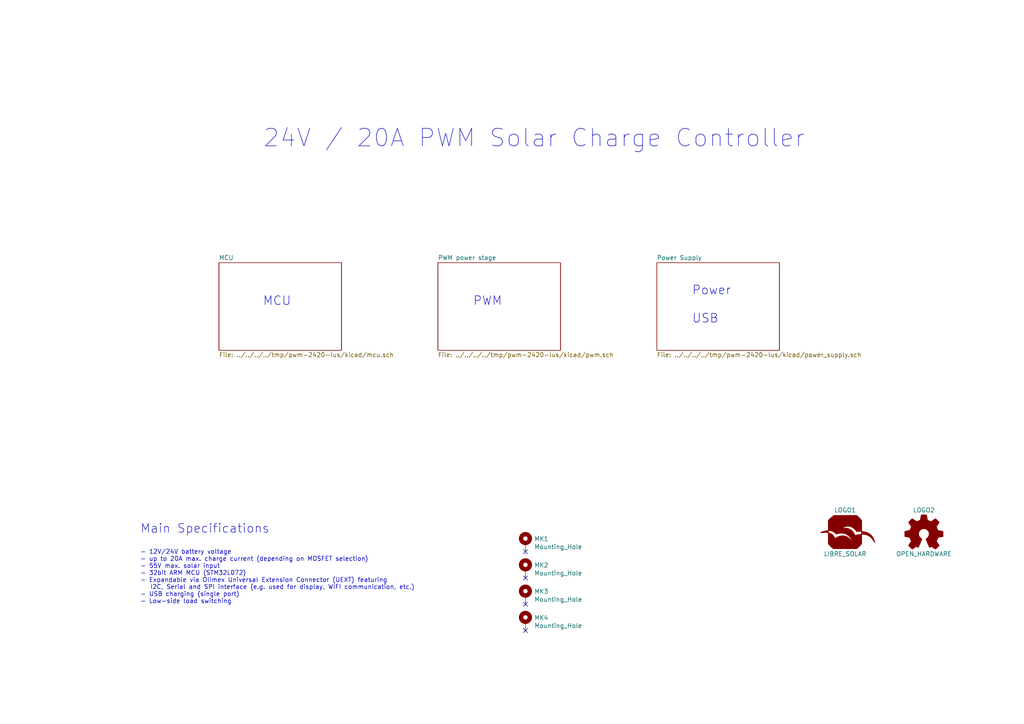
<source format=kicad_sch>
(kicad_sch (version 20230121) (generator eeschema)
  (paper "A4")
  (title_block (title "PWM 2420 LUS") (date "2019-08-26") (rev "0.3") (company "Libre Solar") (comment 1 "Author: Martin Jäger") (comment 2 "Website: https://libre.solar"))
  (lib_symbols
    (symbol "Mechanical:MountingHole_Pad" (pin_numbers hide) (pin_names (offset 1.016) hide)
      (property "Reference" "H" (at 0 6.35 0))
      (property "Value" "MountingHole_Pad" (at 0 4.445 0))
      (symbol "MountingHole_Pad_0_1"
        (circle (center 0 1.27) (radius 1.27) (stroke (width 1.27)))
      )
      (symbol "MountingHole_Pad_1_1"
        (pin input line (at 0 -2.54 90) (length 2.54) (name "1") (number "1"))
      )
    )
    (symbol "Project:LibreSolar_Logo" (pin_numbers hide) (pin_names (offset 1.016) hide)
      (property "Reference" "LOGO" (at 0 6.985 0))
      (property "Value" "LibreSolar_Logo" (at 0 -5.715 0))
      (symbol "LibreSolar_Logo_1_1"
        (rectangle (start -7.0866 0.4572) (end -6.2484 0.508) (fill (type outline)))
        (rectangle (start -7.0358 0.508) (end -4.8514 0.5334) (fill (type outline)))
        (rectangle (start -6.9342 0.5334) (end -4.8514 0.5842) (fill (type outline)))
        (rectangle (start -6.8326 0.5842) (end -4.8514 0.635) (fill (type outline)))
        (rectangle (start -6.7564 0.635) (end -4.8514 0.6604) (fill (type outline)))
        (rectangle (start -6.6548 0.6604) (end -4.8514 0.7112) (fill (type outline)))
        (rectangle (start -6.477 0.7112) (end -4.8514 0.7366) (fill (type outline)))
        (rectangle (start -6.3754 0.7366) (end -4.8514 0.7874) (fill (type outline)))
        (rectangle (start -6.1976 0.7874) (end -4.8514 0.8128) (fill (type outline)))
        (rectangle (start -6.096 0.8128) (end -4.8514 0.8636) (fill (type outline)))
        (rectangle (start -5.9182 0.8636) (end -4.8514 0.9144) (fill (type outline)))
        (rectangle (start -5.715 0.9144) (end -4.8514 0.9398) (fill (type outline)))
        (rectangle (start -5.5626 0.9398) (end -4.8514 0.9906) (fill (type outline)))
        (rectangle (start -5.4102 0.9906) (end -4.8514 1.016) (fill (type outline)))
        (rectangle (start -5.2324 0.4572) (end -4.8514 0.508) (fill (type outline)))
        (rectangle (start -5.1308 1.016) (end 1.905 1.0668) (fill (type outline)))
        (rectangle (start -5.0546 0.4318) (end -4.8514 0.4572) (fill (type outline)))
        (rectangle (start -4.8768 0.381) (end -4.8006 0.4318) (fill (type outline)))
        (rectangle (start -4.8514 -2.7686) (end 4.7498 -2.7432) (fill (type outline)))
        (rectangle (start -4.8514 -2.7432) (end 4.8006 -2.6924) (fill (type outline)))
        (rectangle (start -4.8514 -2.6924) (end 4.8006 -2.667) (fill (type outline)))
        (rectangle (start -4.8514 -2.667) (end 4.8006 -2.6162) (fill (type outline)))
        (rectangle (start -4.8514 -2.6162) (end 4.8006 -2.5654) (fill (type outline)))
        (rectangle (start -4.8514 -2.5654) (end 4.8006 -2.54) (fill (type outline)))
        (rectangle (start -4.8514 -2.54) (end 4.8006 -2.4892) (fill (type outline)))
        (rectangle (start -4.8514 -2.4892) (end 4.8006 -2.4638) (fill (type outline)))
        (rectangle (start -4.8514 -2.4638) (end 4.8006 -2.413) (fill (type outline)))
        (rectangle (start -4.8514 -2.413) (end 4.8006 -2.3876) (fill (type outline)))
        (rectangle (start -4.8514 -2.3876) (end 2.3622 -2.3368) (fill (type outline)))
        (rectangle (start -4.8514 -2.3368) (end 2.3114 -2.286) (fill (type outline)))
        (rectangle (start -4.8514 -2.286) (end 2.286 -2.2606) (fill (type outline)))
        (rectangle (start -4.8514 -2.2606) (end 2.2352 -2.2098) (fill (type outline)))
        (rectangle (start -4.8514 -2.2098) (end 2.1844 -2.1844) (fill (type outline)))
        (rectangle (start -4.8514 -2.1844) (end 2.159 -2.1336) (fill (type outline)))
        (rectangle (start -4.8514 -2.1336) (end 2.1082 -2.1082) (fill (type outline)))
        (rectangle (start -4.8514 -2.1082) (end 2.0828 -2.0574) (fill (type outline)))
        (rectangle (start -4.8514 -2.0574) (end 2.032 -2.0066) (fill (type outline)))
        (rectangle (start -4.8514 -2.0066) (end 2.0066 -1.9812) (fill (type outline)))
        (rectangle (start -4.8514 -1.9812) (end 1.9558 -1.9304) (fill (type outline)))
        (rectangle (start -4.8514 -1.9304) (end 1.905 -1.905) (fill (type outline)))
        (rectangle (start -4.8514 -1.905) (end 1.8796 -1.8542) (fill (type outline)))
        (rectangle (start -4.8514 -1.8542) (end 1.8288 -1.8288) (fill (type outline)))
        (rectangle (start -4.8514 -1.8288) (end 1.8034 -1.778) (fill (type outline)))
        (rectangle (start -4.8514 -1.778) (end 1.7526 -1.7272) (fill (type outline)))
        (rectangle (start -4.8514 -1.7272) (end 1.7272 -1.7018) (fill (type outline)))
        (rectangle (start -4.8514 -1.7018) (end 1.6764 -1.651) (fill (type outline)))
        (rectangle (start -4.8514 -1.651) (end 1.6256 -1.6256) (fill (type outline)))
        (rectangle (start -4.8514 -1.6256) (end 1.6002 -1.5748) (fill (type outline)))
        (rectangle (start -4.8514 -1.5748) (end 1.5494 -1.524) (fill (type outline)))
        (rectangle (start -4.8514 -1.524) (end 1.524 -1.4986) (fill (type outline)))
        (rectangle (start -4.8514 -1.4986) (end 1.4732 -1.4478) (fill (type outline)))
        (rectangle (start -4.8514 -1.4478) (end 1.4478 -1.4224) (fill (type outline)))
        (rectangle (start -4.8514 -1.4224) (end 1.397 -1.3716) (fill (type outline)))
        (rectangle (start -4.8514 -1.3716) (end 1.3462 -1.3462) (fill (type outline)))
        (rectangle (start -4.8514 -1.3462) (end 1.27 -1.2954) (fill (type outline)))
        (rectangle (start -4.8514 -1.2954) (end 1.2446 -1.2446) (fill (type outline)))
        (rectangle (start -4.8514 -1.2446) (end -2.9718 -1.2192) (fill (type outline)))
        (rectangle (start -4.8514 -1.2192) (end -2.9972 -1.1684) (fill (type outline)))
        (rectangle (start -4.8514 -1.1684) (end -2.9972 -1.143) (fill (type outline)))
        (rectangle (start -4.8514 -1.143) (end -3.048 -1.0922) (fill (type outline)))
        (rectangle (start -4.8514 -1.0922) (end -3.048 -1.0668) (fill (type outline)))
        (rectangle (start -4.8514 -1.0668) (end -3.0734 -1.016) (fill (type outline)))
        (rectangle (start -4.8514 -1.016) (end -3.0734 -0.9652) (fill (type outline)))
        (rectangle (start -4.8514 -0.9652) (end -3.1242 -0.9398) (fill (type outline)))
        (rectangle (start -4.8514 -0.9398) (end -3.1242 -0.889) (fill (type outline)))
        (rectangle (start -4.8514 -0.889) (end -3.175 -0.8636) (fill (type outline)))
        (rectangle (start -4.8514 -0.8636) (end -3.175 -0.8128) (fill (type outline)))
        (rectangle (start -4.8514 -0.8128) (end -3.2004 -0.7874) (fill (type outline)))
        (rectangle (start -4.8514 -0.7874) (end -3.2004 -0.7366) (fill (type outline)))
        (rectangle (start -4.8514 -0.7366) (end -3.2512 -0.6858) (fill (type outline)))
        (rectangle (start -4.8514 -0.6858) (end -3.2512 -0.6604) (fill (type outline)))
        (rectangle (start -4.8514 -0.6604) (end -3.2766 -0.6096) (fill (type outline)))
        (rectangle (start -4.8514 -0.6096) (end -3.3274 -0.5842) (fill (type outline)))
        (rectangle (start -4.8514 -0.5842) (end -3.3274 -0.5334) (fill (type outline)))
        (rectangle (start -4.8514 -0.5334) (end -3.3528 -0.508) (fill (type outline)))
        (rectangle (start -4.8514 -0.508) (end -3.4036 -0.4572) (fill (type outline)))
        (rectangle (start -4.8514 -0.4572) (end -3.4036 -0.4064) (fill (type outline)))
        (rectangle (start -4.8514 -0.4064) (end -3.4544 -0.381) (fill (type outline)))
        (rectangle (start -4.8514 -0.381) (end -3.4798 -0.3302) (fill (type outline)))
        (rectangle (start -4.8514 -0.3302) (end -3.5306 -0.3048) (fill (type outline)))
        (rectangle (start -4.8514 -0.3048) (end -3.556 -0.254) (fill (type outline)))
        (rectangle (start -4.8514 -0.254) (end -3.6068 -0.2286) (fill (type outline)))
        (rectangle (start -4.8514 -0.2286) (end -3.6322 -0.1778) (fill (type outline)))
        (rectangle (start -4.8514 -0.1778) (end -3.683 -0.127) (fill (type outline)))
        (rectangle (start -4.8514 -0.127) (end -3.7338 -0.1016) (fill (type outline)))
        (rectangle (start -4.8514 -0.1016) (end -3.7592 -0.0508) (fill (type outline)))
        (rectangle (start -4.8514 -0.0508) (end -3.8354 -0.0254) (fill (type outline)))
        (rectangle (start -4.8514 -0.0254) (end -3.8862 0.0254) (fill (type outline)))
        (rectangle (start -4.8514 0.0254) (end -3.9624 0.0508) (fill (type outline)))
        (rectangle (start -4.8514 0.0508) (end -4.0132 0.1016) (fill (type outline)))
        (rectangle (start -4.8514 0.1016) (end -4.0894 0.1524) (fill (type outline)))
        (rectangle (start -4.8514 0.1524) (end -4.1656 0.1778) (fill (type outline)))
        (rectangle (start -4.8514 0.1778) (end -4.2418 0.2286) (fill (type outline)))
        (rectangle (start -4.8514 0.2286) (end -4.318 0.254) (fill (type outline)))
        (rectangle (start -4.8514 0.254) (end -4.445 0.3048) (fill (type outline)))
        (rectangle (start -4.8514 0.3048) (end -4.5212 0.3556) (fill (type outline)))
        (rectangle (start -4.8514 0.3556) (end -4.6736 0.381) (fill (type outline)))
        (rectangle (start -4.8514 1.0668) (end 1.8796 1.0922) (fill (type outline)))
        (rectangle (start -4.8514 1.0922) (end 1.8288 1.143) (fill (type outline)))
        (rectangle (start -4.8514 1.143) (end 1.8034 1.1938) (fill (type outline)))
        (rectangle (start -4.8514 1.1938) (end 1.7526 1.2192) (fill (type outline)))
        (rectangle (start -4.8514 1.2192) (end 1.6764 1.27) (fill (type outline)))
        (rectangle (start -4.8514 1.27) (end 1.6256 1.2954) (fill (type outline)))
        (rectangle (start -4.8514 1.2954) (end 1.5494 1.3462) (fill (type outline)))
        (rectangle (start -4.8514 1.3462) (end 1.524 1.3716) (fill (type outline)))
        (rectangle (start -4.8514 1.3716) (end 1.4478 1.4224) (fill (type outline)))
        (rectangle (start -4.8514 1.4224) (end 1.3462 1.4732) (fill (type outline)))
        (rectangle (start -4.8514 1.4732) (end 1.27 1.4986) (fill (type outline)))
        (rectangle (start -4.8514 1.4986) (end 1.1938 1.5494) (fill (type outline)))
        (rectangle (start -4.8514 1.5494) (end 1.1176 1.5748) (fill (type outline)))
        (rectangle (start -4.8514 1.5748) (end 0.9906 1.6256) (fill (type outline)))
        (rectangle (start -4.8514 1.6256) (end 0.8382 1.651) (fill (type outline)))
        (rectangle (start -4.8514 1.651) (end 0.6858 1.7018) (fill (type outline)))
        (rectangle (start -4.8514 1.7018) (end 0.4318 1.7526) (fill (type outline)))
        (rectangle (start -4.8514 1.7526) (end -0.8382 1.778) (fill (type outline)))
        (rectangle (start -4.8514 1.778) (end -0.8128 1.8288) (fill (type outline)))
        (rectangle (start -4.8514 1.8288) (end -0.762 1.8542) (fill (type outline)))
        (rectangle (start -4.8514 1.8542) (end -0.6858 1.905) (fill (type outline)))
        (rectangle (start -4.8514 1.905) (end -0.6096 1.9558) (fill (type outline)))
        (rectangle (start -4.8514 1.9558) (end -0.5334 1.9812) (fill (type outline)))
        (rectangle (start -4.8514 1.9812) (end -0.4572 2.032) (fill (type outline)))
        (rectangle (start -4.8514 2.032) (end -0.3556 2.0574) (fill (type outline)))
        (rectangle (start -4.8514 2.0574) (end -0.254 2.1082) (fill (type outline)))
        (rectangle (start -4.8514 2.1082) (end -0.127 2.1336) (fill (type outline)))
        (rectangle (start -4.8514 2.1336) (end 0 2.1844) (fill (type outline)))
        (rectangle (start -4.8514 2.1844) (end 0.1524 2.2352) (fill (type outline)))
        (rectangle (start -4.8514 2.2352) (end 0.3048 2.2606) (fill (type outline)))
        (rectangle (start -4.8514 2.2606) (end 0.5842 2.3114) (fill (type outline)))
        (rectangle (start -4.8514 2.3114) (end 4.8006 2.3368) (fill (type outline)))
        (rectangle (start -4.8514 2.3368) (end 4.8006 2.3876) (fill (type outline)))
        (rectangle (start -4.8514 2.3876) (end 4.8006 2.413) (fill (type outline)))
        (rectangle (start -4.8514 2.413) (end 4.8006 2.4638) (fill (type outline)))
        (rectangle (start -4.8514 2.4638) (end 4.8006 2.5146) (fill (type outline)))
        (rectangle (start -4.8514 2.5146) (end 4.8006 2.54) (fill (type outline)))
        (rectangle (start -4.8514 2.54) (end 4.8006 2.5908) (fill (type outline)))
        (rectangle (start -4.8514 2.5908) (end 4.8006 2.6162) (fill (type outline)))
        (rectangle (start -4.8514 2.6162) (end 4.8006 2.667) (fill (type outline)))
        (rectangle (start -4.8514 2.667) (end 4.8006 2.6924) (fill (type outline)))
        (rectangle (start -4.8514 2.6924) (end 4.8006 2.7432) (fill (type outline)))
        (rectangle (start -4.8514 2.7432) (end 4.8006 2.794) (fill (type outline)))
        (rectangle (start -4.8514 2.794) (end 4.8006 2.8194) (fill (type outline)))
        (rectangle (start -4.8514 2.8194) (end 4.8006 2.8702) (fill (type outline)))
        (rectangle (start -4.8514 2.8702) (end 4.8006 2.8956) (fill (type outline)))
        (rectangle (start -4.8514 2.8956) (end 4.8006 2.9464) (fill (type outline)))
        (rectangle (start -4.8514 2.9464) (end 4.8006 2.9718) (fill (type outline)))
        (rectangle (start -4.8514 2.9718) (end 4.8006 3.0226) (fill (type outline)))
        (rectangle (start -4.8514 3.0226) (end 4.8006 3.0734) (fill (type outline)))
        (rectangle (start -4.8514 3.0734) (end 4.8006 3.0988) (fill (type outline)))
        (rectangle (start -4.8514 3.0988) (end 4.8006 3.1496) (fill (type outline)))
        (rectangle (start -4.8514 3.1496) (end 4.8006 3.175) (fill (type outline)))
        (rectangle (start -4.8514 3.175) (end 4.8006 3.2258) (fill (type outline)))
        (rectangle (start -4.8514 3.2258) (end 4.8006 3.2512) (fill (type outline)))
        (rectangle (start -4.8514 3.2512) (end 4.8006 3.302) (fill (type outline)))
        (rectangle (start -4.8514 3.302) (end 4.8006 3.3528) (fill (type outline)))
        (rectangle (start -4.8514 3.3528) (end 4.8006 3.3782) (fill (type outline)))
        (rectangle (start -4.8514 3.3782) (end 4.8006 3.429) (fill (type outline)))
        (rectangle (start -4.8514 3.429) (end 4.8006 3.4544) (fill (type outline)))
        (rectangle (start -4.8514 3.4544) (end 4.8006 3.5052) (fill (type outline)))
        (rectangle (start -4.8514 3.5052) (end 4.8006 3.556) (fill (type outline)))
        (rectangle (start -4.8514 3.556) (end 4.8006 3.5814) (fill (type outline)))
        (rectangle (start -4.8514 3.5814) (end 4.8006 3.6322) (fill (type outline)))
        (rectangle (start -4.8514 3.6322) (end 4.8006 3.6576) (fill (type outline)))
        (rectangle (start -4.8514 3.6576) (end 4.8006 3.7084) (fill (type outline)))
        (rectangle (start -4.8514 3.7084) (end 4.8006 3.7338) (fill (type outline)))
        (rectangle (start -4.8514 3.7338) (end 4.8006 3.7846) (fill (type outline)))
        (rectangle (start -4.8514 3.7846) (end 4.8006 3.8354) (fill (type outline)))
        (rectangle (start -4.8514 3.8354) (end 4.8006 3.8608) (fill (type outline)))
        (rectangle (start -4.8514 3.8608) (end 4.8006 3.9116) (fill (type outline)))
        (rectangle (start -4.8514 3.9116) (end 4.8006 3.937) (fill (type outline)))
        (rectangle (start -4.8514 3.937) (end 4.8006 3.9878) (fill (type outline)))
        (rectangle (start -4.8514 3.9878) (end 4.7498 4.0132) (fill (type outline)))
        (rectangle (start -4.8006 -2.8448) (end 4.7244 -2.8194) (fill (type outline)))
        (rectangle (start -4.8006 -2.8194) (end 4.7498 -2.7686) (fill (type outline)))
        (rectangle (start -4.8006 4.0132) (end 4.7244 4.064) (fill (type outline)))
        (rectangle (start -4.7752 -2.8956) (end 4.6736 -2.8448) (fill (type outline)))
        (rectangle (start -4.7752 4.064) (end 4.7244 4.1148) (fill (type outline)))
        (rectangle (start -4.7244 -2.9464) (end 4.6736 -2.8956) (fill (type outline)))
        (rectangle (start -4.7244 4.1148) (end 4.6736 4.1402) (fill (type outline)))
        (rectangle (start -4.6736 -3.0226) (end 4.5974 -2.9718) (fill (type outline)))
        (rectangle (start -4.6736 -2.9718) (end 4.6228 -2.9464) (fill (type outline)))
        (rectangle (start -4.6736 4.1402) (end 4.6228 4.191) (fill (type outline)))
        (rectangle (start -4.6482 -3.048) (end 4.5466 -3.0226) (fill (type outline)))
        (rectangle (start -4.6482 4.191) (end 4.5974 4.2164) (fill (type outline)))
        (rectangle (start -4.5974 -3.0988) (end 4.5212 -3.048) (fill (type outline)))
        (rectangle (start -4.5974 4.2164) (end 4.5466 4.2672) (fill (type outline)))
        (rectangle (start -4.572 -3.1242) (end 4.4704 -3.0988) (fill (type outline)))
        (rectangle (start -4.572 4.2672) (end 4.5466 4.2926) (fill (type outline)))
        (rectangle (start -4.5212 -3.175) (end 4.445 -3.1242) (fill (type outline)))
        (rectangle (start -4.5212 4.2926) (end 4.5212 4.3434) (fill (type outline)))
        (rectangle (start -4.4958 -3.2258) (end 4.3942 -3.175) (fill (type outline)))
        (rectangle (start -4.4958 4.3434) (end 4.4704 4.3942) (fill (type outline)))
        (rectangle (start -4.445 -3.2512) (end 4.3434 -3.2258) (fill (type outline)))
        (rectangle (start -4.445 4.3942) (end 4.445 4.4196) (fill (type outline)))
        (rectangle (start -4.3942 -3.302) (end 4.3434 -3.2512) (fill (type outline)))
        (rectangle (start -4.3942 4.4196) (end 4.3942 4.4704) (fill (type outline)))
        (rectangle (start -4.3688 -3.3274) (end 4.318 -3.302) (fill (type outline)))
        (rectangle (start -4.3688 4.4704) (end 4.3434 4.4958) (fill (type outline)))
        (rectangle (start -4.318 -3.3782) (end 4.2672 -3.3274) (fill (type outline)))
        (rectangle (start -4.318 4.4958) (end 4.318 4.5466) (fill (type outline)))
        (rectangle (start -4.2926 -3.429) (end 4.2418 -3.3782) (fill (type outline)))
        (rectangle (start -4.2418 -3.4544) (end 4.191 -3.429) (fill (type outline)))
        (rectangle (start -4.2418 4.5466) (end 4.2672 4.572) (fill (type outline)))
        (rectangle (start -4.2164 -3.5052) (end 4.1656 -3.4544) (fill (type outline)))
        (rectangle (start -4.2164 0.9906) (end 1.9558 1.016) (fill (type outline)))
        (rectangle (start -4.2164 4.572) (end 4.2418 4.6228) (fill (type outline)))
        (rectangle (start -4.1656 -3.5306) (end 4.1148 -3.5052) (fill (type outline)))
        (rectangle (start -4.1656 4.6228) (end 4.191 4.6736) (fill (type outline)))
        (rectangle (start -4.1148 -3.5814) (end 4.064 -3.5306) (fill (type outline)))
        (rectangle (start -4.1148 4.6736) (end 4.1656 4.699) (fill (type outline)))
        (rectangle (start -4.0894 -3.6068) (end 4.0386 -3.5814) (fill (type outline)))
        (rectangle (start -4.0894 4.699) (end 4.1148 4.7498) (fill (type outline)))
        (rectangle (start -4.0386 -3.6576) (end 3.9878 -3.6068) (fill (type outline)))
        (rectangle (start -4.0386 4.7498) (end 4.064 4.7752) (fill (type outline)))
        (rectangle (start -4.0132 -3.7084) (end 3.9624 -3.6576) (fill (type outline)))
        (rectangle (start -4.0132 0.9398) (end 2.0066 0.9906) (fill (type outline)))
        (rectangle (start -4.0132 4.7752) (end 4.0386 4.826) (fill (type outline)))
        (rectangle (start -3.9624 -3.7338) (end 3.9116 -3.7084) (fill (type outline)))
        (rectangle (start -3.937 -3.7846) (end 3.8862 -3.7338) (fill (type outline)))
        (rectangle (start -3.937 4.826) (end 3.9878 4.8514) (fill (type outline)))
        (rectangle (start -3.8862 -3.81) (end 3.7846 -3.7846) (fill (type outline)))
        (rectangle (start -3.8862 4.8514) (end 3.9624 4.9022) (fill (type outline)))
        (rectangle (start -3.8354 -3.8608) (end 3.7592 -3.81) (fill (type outline)))
        (rectangle (start -3.8354 0.9144) (end 2.032 0.9398) (fill (type outline)))
        (rectangle (start -3.8354 4.9022) (end 3.9116 4.953) (fill (type outline)))
        (rectangle (start -3.81 -3.8862) (end 3.7084 -3.8608) (fill (type outline)))
        (rectangle (start -3.81 4.953) (end 3.8862 4.9784) (fill (type outline)))
        (rectangle (start -3.7592 -3.937) (end 3.683 -3.8862) (fill (type outline)))
        (rectangle (start -3.7338 -3.9878) (end 3.6322 -3.937) (fill (type outline)))
        (rectangle (start -3.7338 0.8636) (end 2.0828 0.9144) (fill (type outline)))
        (rectangle (start -3.7338 4.9784) (end 3.8354 5.0292) (fill (type outline)))
        (rectangle (start -3.683 5.0292) (end 3.7846 5.0546) (fill (type outline)))
        (rectangle (start -3.6322 -4.0132) (end 3.6068 -3.9878) (fill (type outline)))
        (rectangle (start -3.6322 0.8128) (end 2.1082 0.8636) (fill (type outline)))
        (rectangle (start -3.6322 5.0546) (end 3.7592 5.1054) (fill (type outline)))
        (rectangle (start -3.6068 -4.064) (end 3.556 -4.0132) (fill (type outline)))
        (rectangle (start -3.6068 5.1054) (end 3.7084 5.1308) (fill (type outline)))
        (rectangle (start -3.556 -4.0894) (end 3.5052 -4.064) (fill (type outline)))
        (rectangle (start -3.5306 -4.1402) (end 3.429 -4.0894) (fill (type outline)))
        (rectangle (start -3.5306 0.7874) (end 2.159 0.8128) (fill (type outline)))
        (rectangle (start -3.5306 5.1308) (end 3.683 5.1816) (fill (type outline)))
        (rectangle (start -3.4798 5.1816) (end 3.6322 5.2324) (fill (type outline)))
        (rectangle (start -3.4544 -4.1656) (end 3.4036 -4.1402) (fill (type outline)))
        (rectangle (start -3.4544 0.7366) (end 2.1844 0.7874) (fill (type outline)))
        (rectangle (start -3.4544 5.2324) (end 3.556 5.2578) (fill (type outline)))
        (rectangle (start -3.4036 -4.2164) (end 3.3274 -4.1656) (fill (type outline)))
        (rectangle (start -3.3528 0.7112) (end 2.2352 0.7366) (fill (type outline)))
        (rectangle (start -3.3528 5.2578) (end 3.5052 5.3086) (fill (type outline)))
        (rectangle (start -3.3274 5.3086) (end 3.4798 5.334) (fill (type outline)))
        (rectangle (start -3.2766 0.6604) (end 2.2352 0.7112) (fill (type outline)))
        (rectangle (start -3.2766 5.334) (end 3.429 5.3848) (fill (type outline)))
        (rectangle (start -3.2512 0.635) (end 2.286 0.6604) (fill (type outline)))
        (rectangle (start -3.2004 5.3848) (end 3.3528 5.4356) (fill (type outline)))
        (rectangle (start -3.175 0.5842) (end 2.3114 0.635) (fill (type outline)))
        (rectangle (start -3.1242 0.5334) (end 2.3114 0.5842) (fill (type outline)))
        (rectangle (start -3.048 0.508) (end 2.3622 0.5334) (fill (type outline)))
        (rectangle (start -2.9972 0.4572) (end 2.3876 0.508) (fill (type outline)))
        (rectangle (start -2.9718 0.4318) (end 2.4384 0.4572) (fill (type outline)))
        (rectangle (start -2.921 -1.2446) (end 1.1938 -1.2192) (fill (type outline)))
        (rectangle (start -2.921 0.381) (end 2.4384 0.4318) (fill (type outline)))
        (rectangle (start -2.8956 0.3556) (end 2.4638 0.381) (fill (type outline)))
        (rectangle (start -2.8448 -1.2192) (end 1.143 -1.1684) (fill (type outline)))
        (rectangle (start -2.8448 0.3048) (end 2.5146 0.3556) (fill (type outline)))
        (rectangle (start -2.7686 -1.1684) (end 1.1176 -1.143) (fill (type outline)))
        (rectangle (start -2.7686 0.254) (end -1.524 0.3048) (fill (type outline)))
        (rectangle (start -2.7178 -1.143) (end 1.0414 -1.0922) (fill (type outline)))
        (rectangle (start -2.7178 0.1778) (end -2.032 0.2286) (fill (type outline)))
        (rectangle (start -2.7178 0.2286) (end -1.8542 0.254) (fill (type outline)))
        (rectangle (start -2.6924 0.1524) (end -2.2098 0.1778) (fill (type outline)))
        (rectangle (start -2.6416 -1.0922) (end 0.9906 -1.0668) (fill (type outline)))
        (rectangle (start -2.6416 0.1016) (end -2.3368 0.1524) (fill (type outline)))
        (rectangle (start -2.6162 -1.0668) (end 0.9652 -1.016) (fill (type outline)))
        (rectangle (start -2.6162 0.0508) (end -2.4892 0.1016) (fill (type outline)))
        (rectangle (start -2.5146 -1.016) (end 0.8636 -0.9652) (fill (type outline)))
        (rectangle (start -2.4384 -0.9652) (end 0.8382 -0.9398) (fill (type outline)))
        (rectangle (start -2.3622 -0.9398) (end 0.762 -0.889) (fill (type outline)))
        (rectangle (start -2.286 -0.889) (end 0.7112 -0.8636) (fill (type outline)))
        (rectangle (start -2.2098 -0.8636) (end 0.635 -0.8128) (fill (type outline)))
        (rectangle (start -2.0828 -0.8128) (end 0.5842 -0.7874) (fill (type outline)))
        (rectangle (start -2.0066 -0.7874) (end 0.508 -0.7366) (fill (type outline)))
        (rectangle (start -1.9304 -0.7366) (end 0.4064 -0.6858) (fill (type outline)))
        (rectangle (start -1.8034 -0.6858) (end 0.3048 -0.6604) (fill (type outline)))
        (rectangle (start -1.6764 -0.6604) (end 0.2286 -0.6096) (fill (type outline)))
        (rectangle (start -1.5748 -0.6096) (end 0.127 -0.5842) (fill (type outline)))
        (rectangle (start -1.3716 -0.5842) (end 0 -0.5334) (fill (type outline)))
        (rectangle (start -1.1938 -0.5334) (end -0.2032 -0.508) (fill (type outline)))
        (rectangle (start -0.889 -0.508) (end -0.4826 -0.4572) (fill (type outline)))
        (rectangle (start -0.762 0.254) (end 2.5146 0.3048) (fill (type outline)))
        (rectangle (start -0.4572 0.2286) (end 2.5654 0.254) (fill (type outline)))
        (rectangle (start -0.254 0.1778) (end 2.5654 0.2286) (fill (type outline)))
        (rectangle (start -0.127 0.1524) (end 2.5908 0.1778) (fill (type outline)))
        (rectangle (start 0 0.1016) (end 2.6416 0.1524) (fill (type outline)))
        (rectangle (start 0.127 0.0508) (end 2.6416 0.1016) (fill (type outline)))
        (rectangle (start 0.2286 0.0254) (end 2.667 0.0508) (fill (type outline)))
        (rectangle (start 0.3048 -0.0254) (end 2.667 0.0254) (fill (type outline)))
        (rectangle (start 0.4064 -0.0508) (end 2.7178 -0.0254) (fill (type outline)))
        (rectangle (start 0.4826 -0.1016) (end 2.7178 -0.0508) (fill (type outline)))
        (rectangle (start 0.5588 -0.127) (end 2.7432 -0.1016) (fill (type outline)))
        (rectangle (start 0.5842 -0.1778) (end 2.794 -0.127) (fill (type outline)))
        (rectangle (start 0.6858 -0.2286) (end 2.794 -0.1778) (fill (type outline)))
        (rectangle (start 0.7112 -0.254) (end 2.8448 -0.2286) (fill (type outline)))
        (rectangle (start 0.7874 -0.3048) (end 2.8448 -0.254) (fill (type outline)))
        (rectangle (start 0.8382 -0.3302) (end 2.8702 -0.3048) (fill (type outline)))
        (rectangle (start 0.9144 -0.381) (end 2.8702 -0.3302) (fill (type outline)))
        (rectangle (start 0.9652 -0.4064) (end 4.8006 -0.381) (fill (type outline)))
        (rectangle (start 0.9906 -0.4572) (end 4.8006 -0.4064) (fill (type outline)))
        (rectangle (start 1.0414 -0.508) (end 4.8006 -0.4572) (fill (type outline)))
        (rectangle (start 1.0668 -0.5334) (end 4.8006 -0.508) (fill (type outline)))
        (rectangle (start 1.1176 -0.5842) (end 4.8006 -0.5334) (fill (type outline)))
        (rectangle (start 1.1176 2.2606) (end 4.8006 2.3114) (fill (type outline)))
        (rectangle (start 1.143 -0.6096) (end 4.8006 -0.5842) (fill (type outline)))
        (rectangle (start 1.1938 -0.6604) (end 4.8006 -0.6096) (fill (type outline)))
        (rectangle (start 1.27 -0.6858) (end 4.8006 -0.6604) (fill (type outline)))
        (rectangle (start 1.3208 -0.7874) (end 4.8006 -0.7366) (fill (type outline)))
        (rectangle (start 1.3208 -0.7366) (end 4.8006 -0.6858) (fill (type outline)))
        (rectangle (start 1.3462 -0.8128) (end 4.8006 -0.7874) (fill (type outline)))
        (rectangle (start 1.397 -0.8636) (end 4.8006 -0.8128) (fill (type outline)))
        (rectangle (start 1.397 2.2352) (end 4.8006 2.2606) (fill (type outline)))
        (rectangle (start 1.4478 -0.889) (end 4.8006 -0.8636) (fill (type outline)))
        (rectangle (start 1.4732 -0.9398) (end 4.8006 -0.889) (fill (type outline)))
        (rectangle (start 1.524 -1.016) (end 4.8006 -0.9652) (fill (type outline)))
        (rectangle (start 1.524 -0.9652) (end 4.8006 -0.9398) (fill (type outline)))
        (rectangle (start 1.5494 -1.0668) (end 4.8006 -1.016) (fill (type outline)))
        (rectangle (start 1.5494 2.1844) (end 4.8006 2.2352) (fill (type outline)))
        (rectangle (start 1.6002 -1.0922) (end 4.8006 -1.0668) (fill (type outline)))
        (rectangle (start 1.6256 -1.1684) (end 4.8006 -1.143) (fill (type outline)))
        (rectangle (start 1.6256 -1.143) (end 4.8006 -1.0922) (fill (type outline)))
        (rectangle (start 1.6764 -1.2192) (end 4.8006 -1.1684) (fill (type outline)))
        (rectangle (start 1.6764 2.1336) (end 4.8006 2.1844) (fill (type outline)))
        (rectangle (start 1.7272 -1.2954) (end 4.8006 -1.2446) (fill (type outline)))
        (rectangle (start 1.7272 -1.2446) (end 4.8006 -1.2192) (fill (type outline)))
        (rectangle (start 1.7526 -1.3462) (end 4.8006 -1.2954) (fill (type outline)))
        (rectangle (start 1.8034 -1.4224) (end 4.8006 -1.3716) (fill (type outline)))
        (rectangle (start 1.8034 -1.3716) (end 4.8006 -1.3462) (fill (type outline)))
        (rectangle (start 1.8034 2.1082) (end 4.8006 2.1336) (fill (type outline)))
        (rectangle (start 1.8288 -1.4986) (end 4.8006 -1.4478) (fill (type outline)))
        (rectangle (start 1.8288 -1.4478) (end 4.8006 -1.4224) (fill (type outline)))
        (rectangle (start 1.8796 -1.524) (end 4.8006 -1.4986) (fill (type outline)))
        (rectangle (start 1.8796 2.0574) (end 4.8006 2.1082) (fill (type outline)))
        (rectangle (start 1.905 -1.6256) (end 4.8006 -1.5748) (fill (type outline)))
        (rectangle (start 1.905 -1.5748) (end 4.8006 -1.524) (fill (type outline)))
        (rectangle (start 1.9558 -1.651) (end 4.8006 -1.6256) (fill (type outline)))
        (rectangle (start 2.0066 -1.7272) (end 4.8006 -1.7018) (fill (type outline)))
        (rectangle (start 2.0066 -1.7018) (end 4.8006 -1.651) (fill (type outline)))
        (rectangle (start 2.0066 2.032) (end 4.8006 2.0574) (fill (type outline)))
        (rectangle (start 2.032 -1.8288) (end 4.8006 -1.778) (fill (type outline)))
        (rectangle (start 2.032 -1.778) (end 4.8006 -1.7272) (fill (type outline)))
        (rectangle (start 2.032 1.9812) (end 4.8006 2.032) (fill (type outline)))
        (rectangle (start 2.0828 -1.905) (end 4.8006 -1.8542) (fill (type outline)))
        (rectangle (start 2.0828 -1.8542) (end 4.8006 -1.8288) (fill (type outline)))
        (rectangle (start 2.1082 -1.9304) (end 4.8006 -1.905) (fill (type outline)))
        (rectangle (start 2.1082 1.9558) (end 4.8006 1.9812) (fill (type outline)))
        (rectangle (start 2.159 -2.0066) (end 4.8006 -1.9812) (fill (type outline)))
        (rectangle (start 2.159 -1.9812) (end 4.8006 -1.9304) (fill (type outline)))
        (rectangle (start 2.1844 -2.0574) (end 4.8006 -2.0066) (fill (type outline)))
        (rectangle (start 2.1844 1.905) (end 4.8006 1.9558) (fill (type outline)))
        (rectangle (start 2.2352 -2.1336) (end 4.8006 -2.1082) (fill (type outline)))
        (rectangle (start 2.2352 -2.1082) (end 4.8006 -2.0574) (fill (type outline)))
        (rectangle (start 2.286 -2.2098) (end 4.8006 -2.1844) (fill (type outline)))
        (rectangle (start 2.286 -2.1844) (end 4.8006 -2.1336) (fill (type outline)))
        (rectangle (start 2.286 1.8542) (end 4.8006 1.905) (fill (type outline)))
        (rectangle (start 2.3114 -2.2606) (end 4.8006 -2.2098) (fill (type outline)))
        (rectangle (start 2.3622 -2.3368) (end 4.8006 -2.286) (fill (type outline)))
        (rectangle (start 2.3622 -2.286) (end 4.8006 -2.2606) (fill (type outline)))
        (rectangle (start 2.3622 1.8288) (end 4.8006 1.8542) (fill (type outline)))
        (rectangle (start 2.3876 -2.3876) (end 4.8006 -2.3368) (fill (type outline)))
        (rectangle (start 2.3876 1.778) (end 4.8006 1.8288) (fill (type outline)))
        (rectangle (start 2.4384 1.7526) (end 4.8006 1.778) (fill (type outline)))
        (rectangle (start 2.5146 1.7018) (end 4.8006 1.7526) (fill (type outline)))
        (rectangle (start 2.5654 1.651) (end 4.8006 1.7018) (fill (type outline)))
        (rectangle (start 2.5908 1.6256) (end 4.8006 1.651) (fill (type outline)))
        (rectangle (start 2.6416 1.5748) (end 4.8006 1.6256) (fill (type outline)))
        (rectangle (start 2.7178 1.5494) (end 4.8006 1.5748) (fill (type outline)))
        (rectangle (start 2.7432 1.4986) (end 4.8006 1.5494) (fill (type outline)))
        (rectangle (start 2.794 1.4732) (end 4.8006 1.4986) (fill (type outline)))
        (rectangle (start 2.8448 1.4224) (end 4.8006 1.4732) (fill (type outline)))
        (rectangle (start 2.8702 1.3716) (end 4.8006 1.4224) (fill (type outline)))
        (rectangle (start 2.921 1.3462) (end 4.8006 1.3716) (fill (type outline)))
        (rectangle (start 2.9464 1.2954) (end 4.8006 1.3462) (fill (type outline)))
        (rectangle (start 2.9972 -0.381) (end 4.8006 -0.3302) (fill (type outline)))
        (rectangle (start 2.9972 1.2192) (end 4.8006 1.27) (fill (type outline)))
        (rectangle (start 2.9972 1.27) (end 4.8006 1.2954) (fill (type outline)))
        (rectangle (start 3.048 1.1938) (end 4.8006 1.2192) (fill (type outline)))
        (rectangle (start 3.0734 1.143) (end 4.8006 1.1938) (fill (type outline)))
        (rectangle (start 3.1242 -0.3302) (end 4.8006 -0.3048) (fill (type outline)))
        (rectangle (start 3.1242 1.0922) (end 4.8006 1.143) (fill (type outline)))
        (rectangle (start 3.1496 1.0668) (end 4.8006 1.0922) (fill (type outline)))
        (rectangle (start 3.2004 0.9906) (end 4.8006 1.016) (fill (type outline)))
        (rectangle (start 3.2004 1.016) (end 4.8006 1.0668) (fill (type outline)))
        (rectangle (start 3.2258 -0.3048) (end 4.8006 -0.254) (fill (type outline)))
        (rectangle (start 3.2258 0.9398) (end 4.8006 0.9906) (fill (type outline)))
        (rectangle (start 3.2766 0.8636) (end 4.8006 0.9144) (fill (type outline)))
        (rectangle (start 3.2766 0.9144) (end 4.8006 0.9398) (fill (type outline)))
        (rectangle (start 3.3274 0.8128) (end 4.8006 0.8636) (fill (type outline)))
        (rectangle (start 3.3528 0.7366) (end 3.5052 0.7874) (fill (type outline)))
        (rectangle (start 3.3528 0.7874) (end 3.9878 0.8128) (fill (type outline)))
        (rectangle (start 3.4036 -0.254) (end 4.8006 -0.2286) (fill (type outline)))
        (rectangle (start 3.6068 -0.2286) (end 4.8006 -0.1778) (fill (type outline)))
        (rectangle (start 3.7592 -0.1778) (end 4.8006 -0.127) (fill (type outline)))
        (rectangle (start 3.9624 -0.127) (end 4.8006 -0.1016) (fill (type outline)))
        (rectangle (start 4.191 -0.1016) (end 4.8006 -0.0508) (fill (type outline)))
        (rectangle (start 4.6228 0.7874) (end 4.8768 0.8128) (fill (type outline)))
        (rectangle (start 4.6736 -0.0508) (end 7.239 -0.0254) (fill (type outline)))
        (rectangle (start 4.8006 -0.0254) (end 7.1882 0.0254) (fill (type outline)))
        (rectangle (start 4.8006 0.0254) (end 7.1628 0.0508) (fill (type outline)))
        (rectangle (start 4.8006 0.0508) (end 7.0866 0.1016) (fill (type outline)))
        (rectangle (start 4.8006 0.1016) (end 7.0358 0.1524) (fill (type outline)))
        (rectangle (start 4.8006 0.1524) (end 6.9596 0.1778) (fill (type outline)))
        (rectangle (start 4.8006 0.1778) (end 6.9088 0.2286) (fill (type outline)))
        (rectangle (start 4.8006 0.2286) (end 6.8326 0.254) (fill (type outline)))
        (rectangle (start 4.8006 0.254) (end 6.7564 0.3048) (fill (type outline)))
        (rectangle (start 4.8006 0.3048) (end 6.6802 0.3556) (fill (type outline)))
        (rectangle (start 4.8006 0.3556) (end 6.604 0.381) (fill (type outline)))
        (rectangle (start 4.8006 0.381) (end 6.5278 0.4318) (fill (type outline)))
        (rectangle (start 4.8006 0.4318) (end 6.4262 0.4572) (fill (type outline)))
        (rectangle (start 4.8006 0.4572) (end 6.35 0.508) (fill (type outline)))
        (rectangle (start 4.8006 0.508) (end 6.223 0.5334) (fill (type outline)))
        (rectangle (start 4.8006 0.5334) (end 6.1214 0.5842) (fill (type outline)))
        (rectangle (start 4.8006 0.5842) (end 5.9944 0.635) (fill (type outline)))
        (rectangle (start 4.8006 0.635) (end 5.842 0.6604) (fill (type outline)))
        (rectangle (start 4.8006 0.6604) (end 5.6642 0.7112) (fill (type outline)))
        (rectangle (start 4.8006 0.7112) (end 5.4864 0.7366) (fill (type outline)))
        (rectangle (start 4.8006 0.7366) (end 5.2324 0.7874) (fill (type outline)))
        (rectangle (start 5.6642 -0.1016) (end 7.2644 -0.0508) (fill (type outline)))
        (rectangle (start 5.9436 -0.127) (end 7.366 -0.1016) (fill (type outline)))
        (rectangle (start 6.1214 -0.1778) (end 7.3914 -0.127) (fill (type outline)))
        (rectangle (start 6.223 -0.2286) (end 7.4422 -0.1778) (fill (type outline)))
        (rectangle (start 6.35 -0.254) (end 7.4676 -0.2286) (fill (type outline)))
        (rectangle (start 6.477 -0.3048) (end 7.5184 -0.254) (fill (type outline)))
        (rectangle (start 6.5532 -0.3302) (end 7.5438 -0.3048) (fill (type outline)))
        (rectangle (start 6.6294 -0.381) (end 7.5946 -0.3302) (fill (type outline)))
        (rectangle (start 6.7056 -0.4064) (end 7.6454 -0.381) (fill (type outline)))
        (rectangle (start 6.8072 -0.4572) (end 7.6708 -0.4064) (fill (type outline)))
        (rectangle (start 6.8834 -0.508) (end 7.7216 -0.4572) (fill (type outline)))
        (rectangle (start 6.9596 -0.5334) (end 7.7216 -0.508) (fill (type outline)))
        (rectangle (start 7.0358 -0.5842) (end 7.747 -0.5334) (fill (type outline)))
        (rectangle (start 7.0866 -0.6096) (end 7.7978 -0.5842) (fill (type outline)))
        (rectangle (start 7.1628 -0.6604) (end 7.8232 -0.6096) (fill (type outline)))
        (rectangle (start 7.1882 -0.6858) (end 7.8232 -0.6604) (fill (type outline)))
        (rectangle (start 7.2644 -0.7366) (end 7.874 -0.6858) (fill (type outline)))
        (rectangle (start 7.3152 -0.7874) (end 7.9248 -0.7366) (fill (type outline)))
        (rectangle (start 7.366 -0.8128) (end 7.9502 -0.7874) (fill (type outline)))
        (rectangle (start 7.4422 -0.8636) (end 7.9502 -0.8128) (fill (type outline)))
        (rectangle (start 7.4676 -0.889) (end 8.001 -0.8636) (fill (type outline)))
        (rectangle (start 7.5184 -0.9398) (end 8.0264 -0.889) (fill (type outline)))
        (rectangle (start 7.5438 -0.9652) (end 8.0264 -0.9398) (fill (type outline)))
        (rectangle (start 7.5946 -1.016) (end 8.0772 -0.9652) (fill (type outline)))
        (rectangle (start 7.6454 -1.0668) (end 8.0772 -1.016) (fill (type outline)))
        (rectangle (start 7.6708 -1.0922) (end 8.128 -1.0668) (fill (type outline)))
        (rectangle (start 7.7216 -1.1684) (end 8.1534 -1.143) (fill (type outline)))
        (rectangle (start 7.7216 -1.143) (end 8.128 -1.0922) (fill (type outline)))
        (rectangle (start 7.747 -1.2192) (end 8.1534 -1.1684) (fill (type outline)))
        (rectangle (start 7.7978 -1.2446) (end 8.2042 -1.2192) (fill (type outline)))
        (rectangle (start 7.8232 -1.3462) (end 8.2042 -1.2954) (fill (type outline)))
        (rectangle (start 7.8232 -1.2954) (end 8.2042 -1.2446) (fill (type outline)))
        (rectangle (start 7.874 -1.3716) (end 8.2296 -1.3462) (fill (type outline)))
        (rectangle (start 7.9248 -1.4224) (end 8.2296 -1.3716) (fill (type outline)))
        (rectangle (start 7.9502 -1.4986) (end 8.2804 -1.4478) (fill (type outline)))
        (rectangle (start 7.9502 -1.4478) (end 8.2804 -1.4224) (fill (type outline)))
        (rectangle (start 8.001 -1.524) (end 8.3058 -1.4986) (fill (type outline)))
        (rectangle (start 8.0264 -1.5748) (end 8.3058 -1.524) (fill (type outline)))
        (rectangle (start 8.0772 -1.6256) (end 8.3566 -1.5748) (fill (type outline)))
        (rectangle (start 8.128 -1.7018) (end 8.3566 -1.651) (fill (type outline)))
        (rectangle (start 8.128 -1.651) (end 8.3566 -1.6256) (fill (type outline)))
        (rectangle (start 8.1534 -1.7272) (end 8.4074 -1.7018) (fill (type outline)))
        (rectangle (start 8.2042 -1.8288) (end 8.4328 -1.778) (fill (type outline)))
        (rectangle (start 8.2042 -1.778) (end 8.4074 -1.7272) (fill (type outline)))
        (rectangle (start 8.2296 -1.8542) (end 8.4328 -1.8288) (fill (type outline)))
        (rectangle (start 8.2804 -1.905) (end 8.4836 -1.8542) (fill (type outline)))
        (rectangle (start 8.3058 -1.9812) (end 8.4836 -1.9304) (fill (type outline)))
        (rectangle (start 8.3058 -1.9304) (end 8.4836 -1.905) (fill (type outline)))
        (rectangle (start 8.3566 -2.0066) (end 8.509 -1.9812) (fill (type outline)))
        (rectangle (start 8.4074 -2.0574) (end 8.509 -2.0066) (fill (type outline)))
        (rectangle (start 8.4328 -2.1082) (end 8.5598 -2.0574) (fill (type outline)))
        (rectangle (start 8.4836 -2.1844) (end 8.5852 -2.1336) (fill (type outline)))
        (rectangle (start 8.4836 -2.1336) (end 8.5598 -2.1082) (fill (type outline)))
        (rectangle (start 8.509 -2.2098) (end 8.5852 -2.1844) (fill (type outline)))
        (rectangle (start 8.5598 -2.286) (end 8.636 -2.2606) (fill (type outline)))
        (rectangle (start 8.5598 -2.2606) (end 8.5852 -2.2098) (fill (type outline)))
        (rectangle (start 8.5852 -2.3368) (end 8.636 -2.286) (fill (type outline)))
        (rectangle (start 8.636 -2.3876) (end 8.6868 -2.3368) (fill (type outline)))
      )
    )
    (symbol "Project:Logo_Open_Hardware_Small" (pin_names (offset 1.016))
      (symbol "Logo_Open_Hardware_Small_0_1"
        (polyline (pts (xy 3.3528 -4.3434) (xy 3.302 -4.318) (xy 3.175 -4.2418) (xy 2.9972 -4.1148) (xy 2.7686 -3.9624) (xy 2.54 -3.81) (xy 2.3622 -3.7084) (xy 2.2352 -3.6068) (xy 2.1844 -3.5814) (xy 2.159 -3.6068) (xy 2.0574 -3.6576) (xy 1.905 -3.7338) (xy 1.8034 -3.7846) (xy 1.6764 -3.8354) (xy 1.6002 -3.8354) (xy 1.6002 -3.8354) (xy 1.5494 -3.7338) (xy 1.4732 -3.5306) (xy 1.3462 -3.302) (xy 1.2446 -3.0226) (xy 1.1176 -2.7178) (xy 0.9652 -2.413) (xy 0.8636 -2.1082) (xy 0.7366 -1.8288) (xy 0.6604 -1.6256) (xy 0.6096 -1.4732) (xy 0.5842 -1.397) (xy 0.5842 -1.397) (xy 0.6604 -1.3208) (xy 0.7874 -1.2446) (xy 1.0414 -1.016) (xy 1.2954 -0.6858) (xy 1.4478 -0.3302) (xy 1.524 0.0762) (xy 1.4732 0.4572) (xy 1.3208 0.8128) (xy 1.0668 1.143) (xy 0.762 1.3716) (xy 0.4064 1.524) (xy 0 1.5748) (xy -0.381 1.5494) (xy -0.7366 1.397) (xy -1.0668 1.143) (xy -1.2192 0.9906) (xy -1.397 0.6604) (xy -1.524 0.3048) (xy -1.524 0.2286) (xy -1.4986 -0.1778) (xy -1.397 -0.5334) (xy -1.1938 -0.8636) (xy -0.9144 -1.143) (xy -0.8636 -1.1684) (xy -0.7366 -1.27) (xy -0.635 -1.3462) (xy -0.5842 -1.397) (xy -1.0668 -2.5908) (xy -1.143 -2.794) (xy -1.2954 -3.1242) (xy -1.397 -3.4036) (xy -1.4986 -3.6322) (xy -1.5748 -3.7846) (xy -1.6002 -3.8354) (xy -1.6002 -3.8354) (xy -1.651 -3.8354) (xy -1.7272 -3.81) (xy -1.905 -3.7338) (xy -2.0066 -3.683) (xy -2.1336 -3.6068) (xy -2.2098 -3.5814) (xy -2.2606 -3.6068) (xy -2.3622 -3.683) (xy -2.54 -3.81) (xy -2.7686 -3.9624) (xy -2.9718 -4.0894) (xy -3.1496 -4.2164) (xy -3.302 -4.318) (xy -3.3528 -4.3434) (xy -3.3782 -4.3434) (xy -3.429 -4.318) (xy -3.5306 -4.2164) (xy -3.7084 -4.064) (xy -3.937 -3.8354) (xy -3.9624 -3.81) (xy -4.1656 -3.6068) (xy -4.318 -3.4544) (xy -4.4196 -3.3274) (xy -4.445 -3.2766) (xy -4.445 -3.2766) (xy -4.4196 -3.2258) (xy -4.318 -3.0734) (xy -4.2164 -2.8956) (xy -4.064 -2.667) (xy -3.6576 -2.0828) (xy -3.8862 -1.5494) (xy -3.937 -1.3716) (xy -4.0386 -1.1684) (xy -4.0894 -1.0414) (xy -4.1148 -0.9652) (xy -4.191 -0.9398) (xy -4.318 -0.9144) (xy -4.5466 -0.8636) (xy -4.8006 -0.8128) (xy -5.0546 -0.7874) (xy -5.2578 -0.7366) (xy -5.4356 -0.7112) (xy -5.5118 -0.6858) (xy -5.5118 -0.6858) (xy -5.5372 -0.635) (xy -5.5372 -0.5588) (xy -5.5372 -0.4318) (xy -5.5626 -0.2286) (xy -5.5626 0.0762) (xy -5.5626 0.127) (xy -5.5372 0.4064) (xy -5.5372 0.635) (xy -5.5372 0.762) (xy -5.5372 0.8382) (xy -5.5372 0.8382) (xy -5.461 0.8382) (xy -5.3086 0.889) (xy -5.08 0.9144) (xy -4.826 0.9652) (xy -4.8006 0.9906) (xy -4.5466 1.0414) (xy -4.318 1.0668) (xy -4.1656 1.1176) (xy -4.0894 1.143) (xy -4.0894 1.143) (xy -4.0386 1.2446) (xy -3.9624 1.4224) (xy -3.8608 1.6256) (xy -3.7846 1.8288) (xy -3.7084 2.0066) (xy -3.6576 2.159) (xy -3.6322 2.2098) (xy -3.6322 2.2098) (xy -3.683 2.286) (xy -3.7592 2.413) (xy -3.8862 2.5908) (xy -4.064 2.8194) (xy -4.064 2.8448) (xy -4.2164 3.0734) (xy -4.3434 3.2512) (xy -4.4196 3.3782) (xy -4.445 3.4544) (xy -4.445 3.4544) (xy -4.3942 3.5052) (xy -4.2926 3.6322) (xy -4.1148 3.81) (xy -3.937 4.0132) (xy -3.8608 4.064) (xy -3.6576 4.2926) (xy -3.5052 4.4196) (xy -3.4036 4.4958) (xy -3.3528 4.5212) (xy -3.3528 4.5212) (xy -3.302 4.4704) (xy -3.1496 4.3688) (xy -2.9718 4.2418) (xy -2.7432 4.0894) (xy -2.7178 4.0894) (xy -2.4892 3.937) (xy -2.3114 3.81) (xy -2.1844 3.7084) (xy -2.1336 3.683) (xy -2.1082 3.683) (xy -2.032 3.7084) (xy -1.8542 3.7592) (xy -1.6764 3.8354) (xy -1.4732 3.937) (xy -1.27 4.0132) (xy -1.143 4.064) (xy -1.0668 4.1148) (xy -1.0668 4.1148) (xy -1.0414 4.191) (xy -1.016 4.3434) (xy -0.9652 4.572) (xy -0.9144 4.8514) (xy -0.889 4.9022) (xy -0.8382 5.1562) (xy -0.8128 5.3848) (xy -0.7874 5.5372) (xy -0.762 5.588) (xy -0.7112 5.6134) (xy -0.5842 5.6134) (xy -0.4064 5.6134) (xy -0.1524 5.6134) (xy 0.0762 5.6134) (xy 0.3302 5.6134) (xy 0.5334 5.6134) (xy 0.6858 5.588) (xy 0.7366 5.588) (xy 0.7366 5.588) (xy 0.762 5.5118) (xy 0.8128 5.334) (xy 0.8382 5.1054) (xy 0.9144 4.826) (xy 0.9144 4.7752) (xy 0.9652 4.5212) (xy 1.016 4.2926) (xy 1.0414 4.1402) (xy 1.0668 4.0894) (xy 1.0668 4.0894) (xy 1.1938 4.0386) (xy 1.3716 3.9624) (xy 1.5748 3.8608) (xy 2.0828 3.6576) (xy 2.7178 4.0894) (xy 2.7686 4.1402) (xy 2.9972 4.2926) (xy 3.175 4.4196) (xy 3.302 4.4958) (xy 3.3782 4.5212) (xy 3.3782 4.5212) (xy 3.429 4.4704) (xy 3.556 4.3434) (xy 3.7338 4.191) (xy 3.9116 3.9878) (xy 4.064 3.8354) (xy 4.2418 3.6576) (xy 4.3434 3.556) (xy 4.4196 3.4798) (xy 4.4196 3.429) (xy 4.4196 3.4036) (xy 4.3942 3.3274) (xy 4.2926 3.2004) (xy 4.1656 2.9972) (xy 4.0132 2.794) (xy 3.8862 2.5908) (xy 3.7592 2.3876) (xy 3.6576 2.2352) (xy 3.6322 2.159) (xy 3.6322 2.1336) (xy 3.683 2.0066) (xy 3.7592 1.8288) (xy 3.8608 1.6002) (xy 4.064 1.1176) (xy 4.3942 1.0414) (xy 4.5974 1.016) (xy 4.8768 0.9652) (xy 5.1308 0.9144) (xy 5.5372 0.8382) (xy 5.5626 -0.6604) (xy 5.4864 -0.6858) (xy 5.4356 -0.6858) (xy 5.2832 -0.7366) (xy 5.0546 -0.762) (xy 4.8006 -0.8128) (xy 4.5974 -0.8636) (xy 4.3688 -0.9144) (xy 4.2164 -0.9398) (xy 4.1402 -0.9398) (xy 4.1148 -0.9652) (xy 4.064 -1.0668) (xy 3.9878 -1.2446) (xy 3.9116 -1.4478) (xy 3.81 -1.651) (xy 3.7338 -1.8542) (xy 3.683 -2.0066) (xy 3.6576 -2.0828) (xy 3.683 -2.1336) (xy 3.7846 -2.2606) (xy 3.8862 -2.4638) (xy 4.0386 -2.667) (xy 4.191 -2.8956) (xy 4.318 -3.0734) (xy 4.3942 -3.2004) (xy 4.445 -3.2766) (xy 4.4196 -3.3274) (xy 4.3434 -3.429) (xy 4.1656 -3.5814) (xy 3.937 -3.8354) (xy 3.8862 -3.8608) (xy 3.683 -4.064) (xy 3.5306 -4.2164) (xy 3.4036 -4.318) (xy 3.3528 -4.3434)) (fill (type outline)))
      )
    )
  )
  (no_connect (at 152.4 175.26))
  (no_connect (at 152.4 167.64))
  (no_connect (at 152.4 182.88))
  (no_connect (at 152.4 160.02))
  (text "Main Specifications" (at 40.64 154.94 0) (effects (font (size 2.54 2.54)) (justify left bottom)))
  (text "24V / 20A PWM Solar Charge Controller" (at 76.2 43.18 0) (effects (font (size 5.08 5.08)) (justify left bottom)))
  (text "MCU" (at 76.2 88.9 0) (effects (font (size 2.54 2.54)) (justify left bottom)))
  (text "- 12V/24V battery voltage\n- up to 20A max. charge current (depending on MOSFET selection)\n- 55V max. solar input\n- 32bit ARM MCU (STM32L072)\n- Expandable via Olimex Universal Extension Connector (UEXT) featuring\n   I2C, Serial and SPI interface (e.g. used for display, WIFI communication, etc.)\n- USB charging (single port)\n- Low-side load switching\n" (at 40.64 175.26 0) (effects (font (size 1.27 1.27)) (justify left bottom)))
  (text "PWM" (at 137.16 88.9 0) (effects (font (size 2.54 2.54)) (justify left bottom)))
  (text "Power\n\nUSB" (at 200.66 93.98 0) (effects (font (size 2.54 2.54)) (justify left bottom)))
  (symbol (lib_id "Project:Logo_Open_Hardware_Small") (at 267.97 154.94 0) (unit 1)
    (property "Reference" "LOGO2" (at 267.97 147.955 0))
    (property "Value" "OPEN_HARDWARE" (at 267.97 160.655 0))
    (property "Footprint" "Symbol:OSHW-Logo_5.7x6mm_SilkScreen" (effects hide))
    (property "Config" "+info" (effects hide))
  )
  (symbol (lib_id "Project:LibreSolar_Logo") (at 245.11 154.94 0) (unit 1)
    (property "Reference" "LOGO1" (at 245.11 147.955 0))
    (property "Value" "LIBRE_SOLAR" (at 245.11 160.655 0))
    (property "Footprint" "LibreSolar:LIBRESOLAR_LOGO" (effects hide))
    (property "Config" "+info" (effects hide))
  )
  (symbol (lib_id "Mechanical:MountingHole_Pad") (at 152.4 157.48 0) (unit 1)
    (property "Reference" "MK1" (at 154.94 156.3116 0) (effects (justify left)))
    (property "Value" "Mounting_Hole" (at 154.94 158.623 0) (effects (justify left)))
    (property "Footprint" "MountingHole:MountingHole_3.2mm_M3_Pad" (effects hide))
    (property "Config" "+info" (effects hide))
  )
  (symbol (lib_id "Mechanical:MountingHole_Pad") (at 152.4 165.1 0) (unit 1)
    (property "Reference" "MK2" (at 154.94 163.9316 0) (effects (justify left)))
    (property "Value" "Mounting_Hole" (at 154.94 166.243 0) (effects (justify left)))
    (property "Footprint" "MountingHole:MountingHole_3.2mm_M3_Pad" (effects hide))
    (property "Config" "+info" (effects hide))
  )
  (symbol (lib_id "Mechanical:MountingHole_Pad") (at 152.4 172.72 0) (unit 1)
    (property "Reference" "MK3" (at 154.94 171.5516 0) (effects (justify left)))
    (property "Value" "Mounting_Hole" (at 154.94 173.863 0) (effects (justify left)))
    (property "Footprint" "MountingHole:MountingHole_3.2mm_M3_Pad" (effects hide))
    (property "Config" "+info" (effects hide))
  )
  (symbol (lib_id "Mechanical:MountingHole_Pad") (at 152.4 180.34 0) (unit 1)
    (property "Reference" "MK4" (at 154.94 179.1716 0) (effects (justify left)))
    (property "Value" "Mounting_Hole" (at 154.94 181.483 0) (effects (justify left)))
    (property "Footprint" "MountingHole:MountingHole_3.2mm_M3_Pad" (effects hide))
    (property "Config" "+info" (effects hide))
  )
  (sheet (at 127 76.2) (size 35.56 25.4)
    (property "Sheetname" "PWM power stage" (at 127 75.4884 0) (effects (justify left bottom)))
    (property "Sheetfile" "../../../../tmp/pwm-2420-lus/kicad/pwm.sch" (at 127 102.1846 0) (effects (justify left top)))
  )
  (sheet (at 63.5 76.2) (size 35.56 25.4)
    (property "Sheetname" "MCU" (at 63.5 75.4884 0) (effects (justify left bottom)))
    (property "Sheetfile" "../../../../tmp/pwm-2420-lus/kicad/mcu.sch" (at 63.5 102.1846 0) (effects (justify left top)))
  )
  (sheet (at 190.5 76.2) (size 35.56 25.4)
    (property "Sheetname" "Power Supply" (at 190.5 75.4884 0) (effects (justify left bottom)))
    (property "Sheetfile" "../../../../tmp/pwm-2420-lus/kicad/power_supply.sch" (at 190.5 102.1846 0) (effects (justify left top)))
  )
)
</source>
